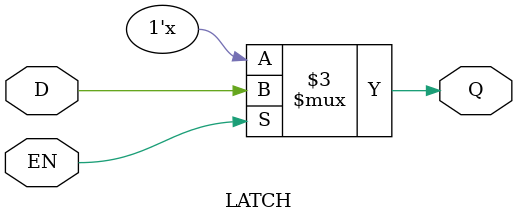
<source format=v>

module LATCH (
  input  wire EN,
  input  wire D,
  output reg  Q
);

  always @(*) begin
    if (EN)
      Q = D;
  end

endmodule

</source>
